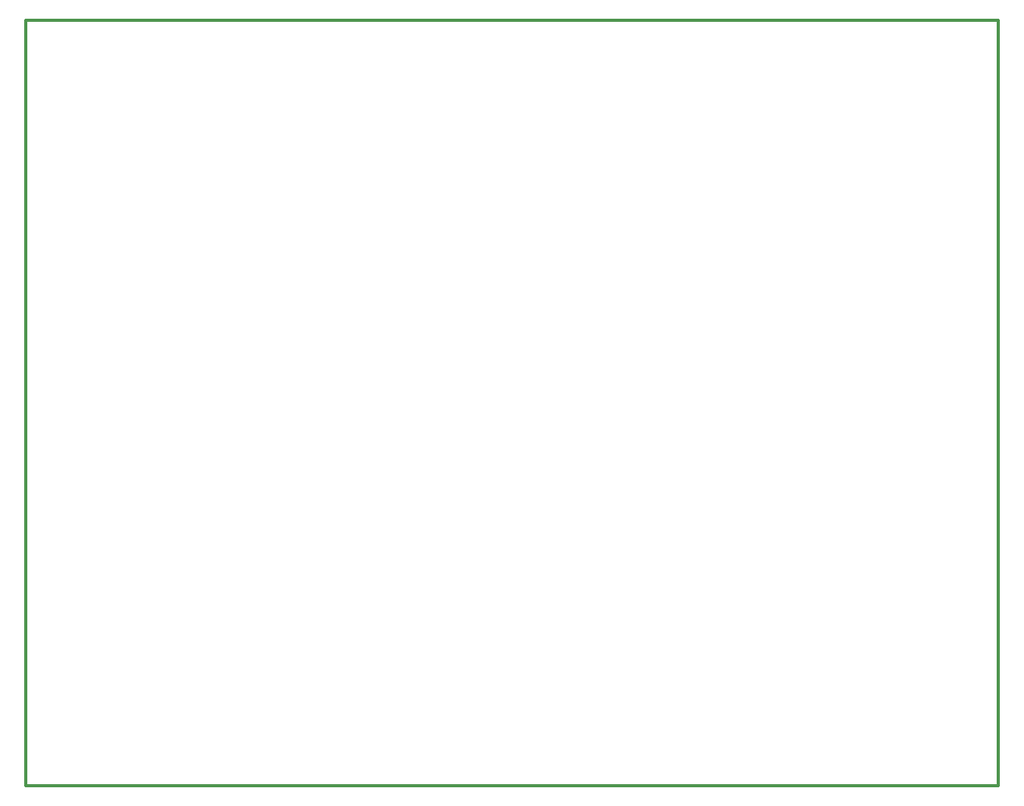
<source format=gbr>
%TF.GenerationSoftware,KiCad,Pcbnew,8.0.6-8.0.6-0~ubuntu24.04.1*%
%TF.CreationDate,2025-02-21T12:27:14-10:00*%
%TF.ProjectId,board_main,626f6172-645f-46d6-9169-6e2e6b696361,rev?*%
%TF.SameCoordinates,Original*%
%TF.FileFunction,Profile,NP*%
%FSLAX46Y46*%
G04 Gerber Fmt 4.6, Leading zero omitted, Abs format (unit mm)*
G04 Created by KiCad (PCBNEW 8.0.6-8.0.6-0~ubuntu24.04.1) date 2025-02-21 12:27:14*
%MOMM*%
%LPD*%
G01*
G04 APERTURE LIST*
%TA.AperFunction,Profile*%
%ADD10C,0.300000*%
%TD*%
G04 APERTURE END LIST*
D10*
X68000000Y-57500000D02*
X173500000Y-57500000D01*
X173500000Y-140500000D01*
X68000000Y-140500000D01*
X68000000Y-57500000D01*
M02*

</source>
